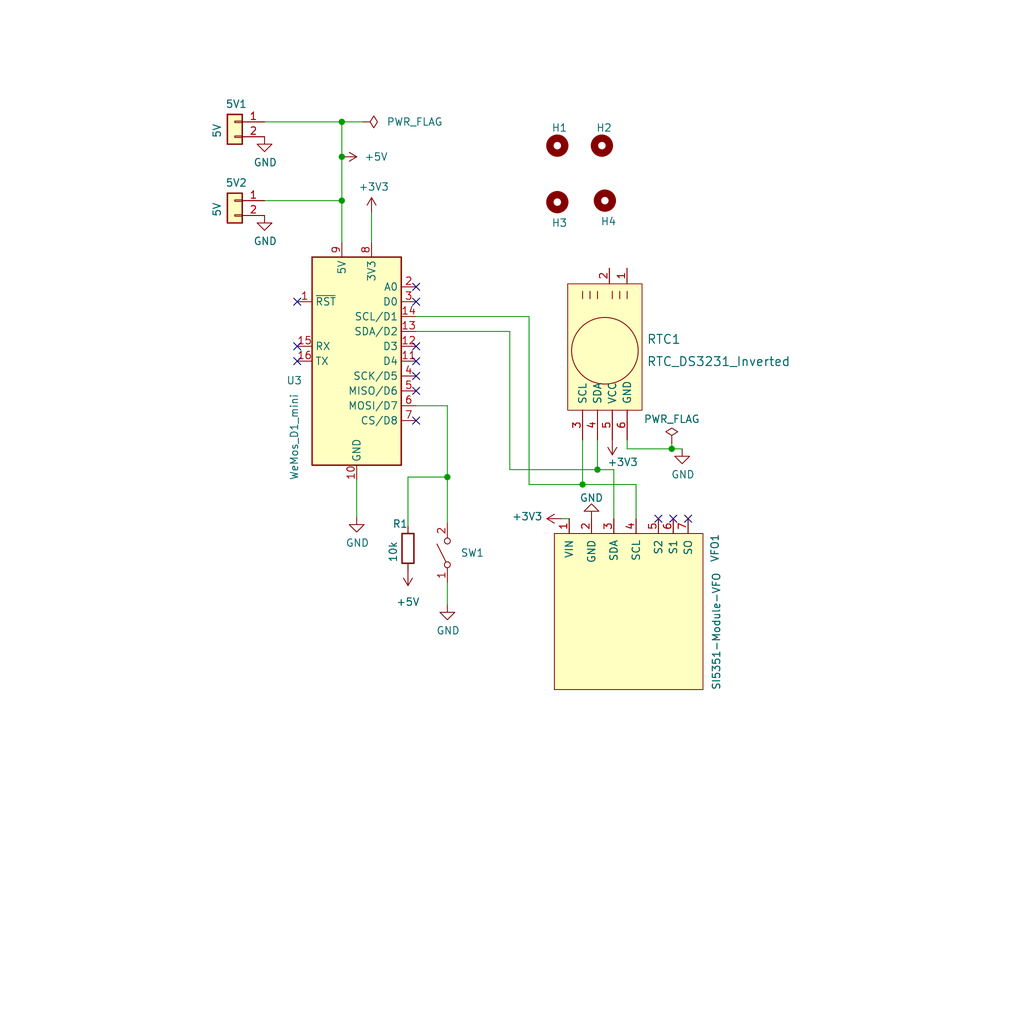
<source format=kicad_sch>
(kicad_sch (version 20211123) (generator eeschema)
  (paper "User" 175.006 175.006)
  (title_block (title "Easy-Digital-Beacons") (date "2022-03-14") (rev "V0.02") (company "Dhiru Kholia (VU3CER)"))
  (lib_symbols
    (symbol "Connector_Generic:Conn_01x02" (pin_names (offset 1.016) hide)
      (property "Reference" "J" (at 0 2.54 0))
      (property "Value" "Conn_01x02" (at 0 -5.08 0))
      (symbol "Conn_01x02_1_1"
        (rectangle (start -1.27 -2.413) (end 0 -2.667) (stroke (width 0.1524)))
        (rectangle (start -1.27 0.127) (end 0 -0.127) (stroke (width 0.1524)))
        (rectangle (start -1.27 1.27) (end 1.27 -3.81) (stroke (width 0.254)) (fill (type background)))
        (pin passive line (at -5.08 0 0) (length 3.81) (name "Pin_1") (number "1"))
        (pin passive line (at -5.08 -2.54 0) (length 3.81) (name "Pin_2") (number "2"))
      )
    )
    (symbol "Control-Board-rescue:SI5351Module_2-VFO-SDR_SSB-rescue-Hack-v1-rescue" (pin_names (offset 1.016))
      (property "Reference" "U" (at 0 0 0))
      (property "Value" "SI5351Module_2-VFO-SDR_SSB-rescue-Hack-v1-rescue" (at 0 0 0))
      (symbol "SI5351Module_2-VFO-SDR_SSB-rescue-Hack-v1-rescue_0_1"
        (rectangle (start -12.7 12.7) (end 13.97 -12.7) (fill (type background)))
      )
      (symbol "SI5351Module_2-VFO-SDR_SSB-rescue-Hack-v1-rescue_1_1"
        (pin input line (at -15.24 -10.16 0) (length 2.54) (name "VIN") (number "1"))
        (pin input line (at -15.24 -6.35 0) (length 2.54) (name "GND") (number "2"))
        (pin input line (at -15.24 -2.54 0) (length 2.54) (name "SDA") (number "3"))
        (pin input line (at -15.24 1.27 0) (length 2.54) (name "SCL") (number "4"))
        (pin output line (at -15.24 5.08 0) (length 2.54) (name "S2") (number "5"))
        (pin output line (at -15.24 7.62 0) (length 2.54) (name "S1") (number "6"))
        (pin output line (at -15.24 10.16 0) (length 2.54) (name "SO") (number "7"))
      )
    )
    (symbol "Device:R" (pin_numbers hide) (pin_names (offset 0))
      (property "Reference" "R" (at 2.032 0 90))
      (property "Value" "R" (at 0 0 90))
      (symbol "R_0_1"
        (rectangle (start -1.016 -2.54) (end 1.016 2.54) (stroke (width 0.254)))
      )
      (symbol "R_1_1"
        (pin passive line (at 0 3.81 270) (length 1.27) (name "~") (number "1"))
        (pin passive line (at 0 -3.81 90) (length 1.27) (name "~") (number "2"))
      )
    )
    (symbol "MCU_Module:WeMos_D1_mini"
      (property "Reference" "U" (at 3.81 19.05 0))
      (property "Value" "WeMos_D1_mini" (at 1.27 -19.05 0))
      (symbol "WeMos_D1_mini_1_1"
        (rectangle (start -7.62 17.78) (end 7.62 -17.78) (stroke (width 0.254)) (fill (type background)))
        (pin input line (at -10.16 10.16 0) (length 2.54) (name "~{RST}") (number "1"))
        (pin power_in line (at 0 -20.32 90) (length 2.54) (name "GND") (number "10"))
        (pin bidirectional line (at 10.16 0 180) (length 2.54) (name "D4") (number "11"))
        (pin bidirectional line (at 10.16 2.54 180) (length 2.54) (name "D3") (number "12"))
        (pin bidirectional line (at 10.16 5.08 180) (length 2.54) (name "SDA/D2") (number "13"))
        (pin bidirectional line (at 10.16 7.62 180) (length 2.54) (name "SCL/D1") (number "14"))
        (pin input line (at -10.16 2.54 0) (length 2.54) (name "RX") (number "15"))
        (pin output line (at -10.16 0 0) (length 2.54) (name "TX") (number "16"))
        (pin input line (at 10.16 12.7 180) (length 2.54) (name "A0") (number "2"))
        (pin bidirectional line (at 10.16 10.16 180) (length 2.54) (name "D0") (number "3"))
        (pin bidirectional line (at 10.16 -2.54 180) (length 2.54) (name "SCK/D5") (number "4"))
        (pin bidirectional line (at 10.16 -5.08 180) (length 2.54) (name "MISO/D6") (number "5"))
        (pin bidirectional line (at 10.16 -7.62 180) (length 2.54) (name "MOSI/D7") (number "6"))
        (pin bidirectional line (at 10.16 -10.16 180) (length 2.54) (name "CS/D8") (number "7"))
        (pin power_out line (at 2.54 20.32 270) (length 2.54) (name "3V3") (number "8"))
        (pin power_in line (at -2.54 20.32 270) (length 2.54) (name "5V") (number "9"))
      )
    )
    (symbol "Mechanical:MountingHole" (pin_names (offset 1.016))
      (property "Reference" "H" (at 0 5.08 0))
      (property "Value" "MountingHole" (at 0 3.175 0))
      (symbol "MountingHole_0_1"
        (circle (center 0 0) (radius 1.27) (stroke (width 1.27)))
      )
    )
    (symbol "Switch:SW_SPST" (pin_names (offset 0) hide)
      (property "Reference" "SW" (at 0 3.175 0))
      (property "Value" "SW_SPST" (at 0 -2.54 0))
      (symbol "SW_SPST_0_0"
        (circle (center -2.032 0) (radius 0.508))
        (polyline (pts (xy -1.524 0.254) (xy 1.524 1.778)))
        (circle (center 2.032 0) (radius 0.508))
      )
      (symbol "SW_SPST_1_1"
        (pin passive line (at -5.08 0 0) (length 2.54) (name "A") (number "1"))
        (pin passive line (at 5.08 0 180) (length 2.54) (name "B") (number "2"))
      )
    )
    (symbol "power:+3.3V" (power) (pin_names (offset 0))
      (property "Value" "+3.3V" (at 0 3.556 0))
      (symbol "+3.3V_0_1"
        (polyline (pts (xy -0.762 1.27) (xy 0 2.54)))
        (polyline (pts (xy 0 0) (xy 0 2.54)))
        (polyline (pts (xy 0 2.54) (xy 0.762 1.27)))
      )
      (symbol "+3.3V_1_1"
        (pin power_in line (at 0 0 90) (length 0) hide (name "+3V3") (number "1"))
      )
    )
    (symbol "power:+5V" (power) (pin_names (offset 0))
      (property "Value" "+5V" (at 0 3.556 0))
      (symbol "+5V_0_1"
        (polyline (pts (xy -0.762 1.27) (xy 0 2.54)))
        (polyline (pts (xy 0 0) (xy 0 2.54)))
        (polyline (pts (xy 0 2.54) (xy 0.762 1.27)))
      )
      (symbol "+5V_1_1"
        (pin power_in line (at 0 0 90) (length 0) hide (name "+5V") (number "1"))
      )
    )
    (symbol "power:GND" (power) (pin_names (offset 0))
      (property "Value" "GND" (at 0 -3.81 0))
      (symbol "GND_0_1"
        (polyline (pts (xy 0 0) (xy 0 -1.27) (xy 1.27 -1.27) (xy 0 -2.54) (xy -1.27 -1.27) (xy 0 -1.27)))
      )
      (symbol "GND_1_1"
        (pin power_in line (at 0 0 270) (length 0) hide (name "GND") (number "1"))
      )
    )
    (symbol "power:PWR_FLAG" (power) (pin_numbers hide) (pin_names (offset 0) hide)
      (property "Value" "PWR_FLAG" (at 0 3.81 0))
      (symbol "PWR_FLAG_0_0"
        (pin power_out line (at 0 0 90) (length 0) (name "pwr") (number "1"))
      )
      (symbol "PWR_FLAG_0_1"
        (polyline (pts (xy 0 0) (xy 0 1.27) (xy -1.016 1.905) (xy 0 2.54) (xy 1.016 1.905) (xy 0 1.27)))
      )
    )
    (symbol "rtc_ds3231_inverted:RTC_DS3231_Inverted" (pin_names (offset 1.016))
      (property "Reference" "RTC1" (at -6.6548 -2.0828 0))
      (property "Value" "RTC_DS3231" (at 9.1694 -5.6134 0))
      (symbol "RTC_DS3231_Inverted_0_1"
        (rectangle (start -11.43 7.62) (end 10.16 -5.08) (fill (type background)))
        (polyline (pts (xy -10.16 -2.54) (xy -8.89 -2.54)))
        (polyline (pts (xy -10.16 -1.27) (xy -8.89 -1.27)))
        (polyline (pts (xy -10.16 0) (xy -8.89 0)))
        (polyline (pts (xy -10.16 2.54) (xy -8.89 2.54)))
        (polyline (pts (xy -10.16 3.81) (xy -8.89 3.81)))
        (polyline (pts (xy -10.16 5.08) (xy -8.89 5.08)))
        (circle (center 0 1.27) (radius 5.6896))
      )
      (symbol "RTC_DS3231_Inverted_1_1"
        (pin free line (at -14.097 5.0546 0) (length 2.54) (name "") (number "1"))
        (pin free line (at -14.097 2.032 0) (length 2.54) (name "") (number "2"))
        (pin input line (at 15.24 -2.54 180) (length 5.08) (name "SCL") (number "3"))
        (pin bidirectional line (at 15.24 0 180) (length 5.08) (name "SDA") (number "4"))
        (pin power_in line (at 15.24 2.54 180) (length 5.08) (name "VCC") (number "5"))
        (pin power_in line (at 15.24 5.08 180) (length 5.08) (name "GND") (number "6"))
      )
    )
  )
  (junction (at 58.42 26.797))
  (junction (at 114.808 76.708))
  (junction (at 102.108 80.264))
  (junction (at 76.454 81.534))
  (junction (at 58.42 20.828))
  (junction (at 58.42 34.29))
  (junction (at 99.568 82.804))
  (no_connect (at 71.12 64.262))
  (no_connect (at 50.8 61.722))
  (no_connect (at 115.062 88.646))
  (no_connect (at 71.12 71.882))
  (no_connect (at 71.12 51.562))
  (no_connect (at 71.12 49.022))
  (no_connect (at 71.12 61.722))
  (no_connect (at 50.8 59.182))
  (no_connect (at 71.12 59.182))
  (no_connect (at 71.12 66.802))
  (no_connect (at 117.602 88.646))
  (no_connect (at 112.522 88.646))
  (no_connect (at 50.8 51.562))
  (wire (pts (xy 87.122 80.264) (xy 102.108 80.264)))
  (wire (pts (xy 58.42 26.797) (xy 58.42 34.29)))
  (wire (pts (xy 87.122 56.642) (xy 87.122 80.264)))
  (wire (pts (xy 71.12 69.342) (xy 76.454 69.342)))
  (wire (pts (xy 71.12 56.642) (xy 87.122 56.642)))
  (wire (pts (xy 69.723 81.534) (xy 76.454 81.534)))
  (wire (pts (xy 102.108 75.184) (xy 102.108 80.264)))
  (wire (pts (xy 99.568 82.804) (xy 108.712 82.804)))
  (wire (pts (xy 69.723 89.916) (xy 69.723 81.534)))
  (wire (pts (xy 45.212 34.29) (xy 58.42 34.29)))
  (wire (pts (xy 45.212 20.828) (xy 58.42 20.828)))
  (wire (pts (xy 107.188 75.184) (xy 107.188 76.708)))
  (wire (pts (xy 76.454 81.534) (xy 76.454 89.408)))
  (wire (pts (xy 114.808 75.692) (xy 114.808 76.708)))
  (wire (pts (xy 96.012 88.646) (xy 97.282 88.646)))
  (wire (pts (xy 108.712 82.804) (xy 108.712 88.646)))
  (wire (pts (xy 76.454 103.378) (xy 76.454 99.568)))
  (wire (pts (xy 60.96 88.392) (xy 60.96 82.042)))
  (wire (pts (xy 116.586 76.708) (xy 114.808 76.708)))
  (wire (pts (xy 90.424 82.804) (xy 99.568 82.804)))
  (wire (pts (xy 58.42 20.828) (xy 58.42 26.797)))
  (wire (pts (xy 71.12 54.102) (xy 90.424 54.102)))
  (wire (pts (xy 99.568 75.184) (xy 99.568 82.804)))
  (wire (pts (xy 76.454 69.342) (xy 76.454 81.534)))
  (wire (pts (xy 90.424 54.102) (xy 90.424 82.804)))
  (wire (pts (xy 114.808 76.708) (xy 107.188 76.708)))
  (wire (pts (xy 58.42 20.828) (xy 61.976 20.828)))
  (wire (pts (xy 63.5 36.322) (xy 63.5 41.402)))
  (wire (pts (xy 58.42 41.402) (xy 58.42 34.29)))
  (wire (pts (xy 104.902 88.646) (xy 104.902 80.264)))
  (wire (pts (xy 102.108 80.264) (xy 104.902 80.264)))
  (symbol (lib_id "Control-Board-rescue:SI5351Module_2-VFO-SDR_SSB-rescue-Hack-v1-rescue") (at 107.442 103.886 270) (unit 1)
    (property "Reference" "VFO1" (at 122.174 91.186 0) (effects (justify left)))
    (property "Value" "SI5351-Module-VFO" (at 122.428 97.79 0) (effects (justify left)))
    (property "Footprint" "Connector_PinSocket_2.54mm:PinSocket_1x07_P2.54mm_Vertical" (effects hide))
  )
  (symbol (lib_id "power:GND") (at 101.092 88.646 180) (unit 1)
    (property "Reference" "#PWR0108" (effects hide))
    (property "Value" "GND" (at 101.092 85.09 0))
  )
  (symbol (lib_id "MCU_Module:WeMos_D1_mini") (at 60.96 61.722 0) (unit 1)
    (property "Reference" "U3" (at 50.292 65.024 0))
    (property "Value" "WeMos_D1_mini" (at 50.292 74.676 90))
    (property "Footprint" "Module:WEMOS_D1_mini_light" (effects hide))
    (property "Datasheet" "https://wiki.wemos.cc/products:d1:d1_mini#documentation" (effects hide))
  )
  (symbol (lib_id "Switch:SW_SPST") (at 76.454 94.488 90) (unit 1)
    (property "Reference" "SW1" (at 78.6892 94.488 90) (effects (justify right)))
    (property "Value" "SW_SPST" (effects hide))
    (property "Footprint" "Connector_PinHeader_2.54mm:PinHeader_1x02_P2.54mm_Vertical" (effects hide))
  )
  (symbol (lib_id "Connector_Generic:Conn_01x02") (at 40.132 34.29 0) (mirror y) (unit 1)
    (property "Reference" "5V2" (at 40.386 31.242 0))
    (property "Value" "5V" (at 37.084 35.814 90))
    (property "Footprint" "Connector_PinHeader_2.54mm:PinHeader_1x02_P2.54mm_Vertical" (effects hide))
  )
  (symbol (lib_id "power:GND") (at 76.454 103.378 0) (unit 1)
    (property "Reference" "#PWR0105" (effects hide))
    (property "Value" "GND" (at 76.581 107.7722 0))
  )
  (symbol (lib_id "power:+3.3V") (at 63.5 36.322 0) (unit 1)
    (property "Reference" "#PWR0106" (effects hide))
    (property "Value" "+3.3V" (at 63.881 31.9278 0))
  )
  (symbol (lib_id "power:GND") (at 45.212 36.83 0) (unit 1)
    (property "Reference" "#PWR0102" (effects hide))
    (property "Value" "GND" (at 45.339 41.2242 0))
  )
  (symbol (lib_id "Connector_Generic:Conn_01x02") (at 40.132 20.828 0) (mirror y) (unit 1)
    (property "Reference" "5V1" (at 40.386 17.78 0))
    (property "Value" "5V" (at 37.084 22.352 90))
    (property "Footprint" "Connector_PinHeader_2.54mm:PinHeader_1x02_P2.54mm_Vertical" (effects hide))
  )
  (symbol (lib_id "power:GND") (at 45.212 23.368 0) (unit 1)
    (property "Reference" "#PWR0110" (effects hide))
    (property "Value" "GND" (at 45.339 27.7622 0))
  )
  (symbol (lib_id "power:GND") (at 60.96 88.392 0) (unit 1)
    (property "Reference" "#PWR0111" (effects hide))
    (property "Value" "GND" (at 61.087 92.7862 0))
  )
  (symbol (lib_id "power:+3.3V") (at 96.012 88.646 90) (unit 1)
    (property "Reference" "#PWR0101" (effects hide))
    (property "Value" "+3.3V" (at 92.7608 88.265 90) (effects (justify left)))
  )
  (symbol (lib_id "power:+3.3V") (at 104.648 75.184 180) (unit 1)
    (property "Reference" "#PWR0103" (effects hide))
    (property "Value" "+3.3V" (at 106.426 78.994 0))
  )
  (symbol (lib_id "power:GND") (at 116.586 76.708 0) (unit 1)
    (property "Reference" "#PWR0104" (effects hide))
    (property "Value" "GND" (at 116.713 81.1022 0))
  )
  (symbol (lib_id "Mechanical:MountingHole") (at 95.25 24.892 0) (unit 1)
    (property "Reference" "H1" (at 94.234 21.844 0) (effects (justify left)))
    (property "Value" "MountingHole" (effects hide))
    (property "Footprint" "MountingHole:MountingHole_2.2mm_M2" (effects hide))
  )
  (symbol (lib_id "power:PWR_FLAG") (at 61.976 20.828 270) (unit 1)
    (property "Reference" "#FLG0101" (effects hide))
    (property "Value" "PWR_FLAG" (at 66.04 20.8279 90) (effects (justify left)))
  )
  (symbol (lib_id "power:+5V") (at 69.723 97.536 180) (unit 1)
    (property "Reference" "#PWR01" (effects hide))
    (property "Value" "+5V" (at 69.723 102.87 0))
  )
  (symbol (lib_id "power:PWR_FLAG") (at 114.808 75.692 0) (unit 1)
    (property "Reference" "#FLG0102" (effects hide))
    (property "Value" "PWR_FLAG" (at 114.808 71.628 0))
  )
  (symbol (lib_id "Device:R") (at 69.723 93.726 180) (unit 1)
    (property "Reference" "R1" (at 67.056 89.535 0) (effects (justify right)))
    (property "Value" "10k" (at 67.183 96.139 90) (effects (justify right)))
    (property "Footprint" "Resistor_THT:R_Axial_DIN0207_L6.3mm_D2.5mm_P7.62mm_Horizontal" (effects hide))
  )
  (symbol (lib_id "Mechanical:MountingHole") (at 103.378 34.29 0) (unit 1)
    (property "Reference" "H4" (at 102.616 37.846 0) (effects (justify left)))
    (property "Value" "MountingHole" (effects hide))
    (property "Footprint" "MountingHole:MountingHole_2.2mm_M2" (effects hide))
  )
  (symbol (lib_id "rtc_ds3231_inverted:RTC_DS3231_Inverted") (at 102.108 59.944 270) (unit 1)
    (property "Reference" "RTC1" (at 110.49 57.9755 90) (effects (font (size 1.524 1.524)) (justify left)))
    (property "Value" "RTC_DS3231_Inverted" (at 110.49 61.7855 90) (effects (font (size 1.524 1.524)) (justify left)))
    (property "Footprint" "Connector_PinSocket_2.54mm:PinSocket_1x06_P2.54mm_Horizontal" (effects hide))
  )
  (symbol (lib_id "Mechanical:MountingHole") (at 102.87 24.892 0) (unit 1)
    (property "Reference" "H2" (at 101.854 21.844 0) (effects (justify left)))
    (property "Value" "MountingHole" (effects hide))
    (property "Footprint" "MountingHole:MountingHole_2.2mm_M2" (effects hide))
  )
  (symbol (lib_id "Mechanical:MountingHole") (at 95.25 34.544 0) (unit 1)
    (property "Reference" "H3" (at 94.234 38.1 0) (effects (justify left)))
    (property "Value" "MountingHole" (effects hide))
    (property "Footprint" "MountingHole:MountingHole_2.2mm_M2" (effects hide))
  )
  (symbol (lib_id "power:+5V") (at 58.42 26.797 270) (unit 1)
    (property "Reference" "#PWR0107" (effects hide))
    (property "Value" "+5V" (at 62.23 26.7969 90) (effects (justify left)))
  )
)
</source>
